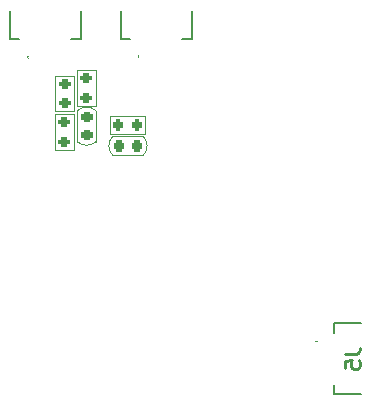
<source format=gbr>
%TF.GenerationSoftware,KiCad,Pcbnew,9.0.0*%
%TF.CreationDate,2025-04-04T14:44:08+08:00*%
%TF.ProjectId,modwheel,6d6f6477-6865-4656-9c2e-6b696361645f,rev?*%
%TF.SameCoordinates,Original*%
%TF.FileFunction,Legend,Bot*%
%TF.FilePolarity,Positive*%
%FSLAX46Y46*%
G04 Gerber Fmt 4.6, Leading zero omitted, Abs format (unit mm)*
G04 Created by KiCad (PCBNEW 9.0.0) date 2025-04-04 14:44:08*
%MOMM*%
%LPD*%
G01*
G04 APERTURE LIST*
G04 Aperture macros list*
%AMRoundRect*
0 Rectangle with rounded corners*
0 $1 Rounding radius*
0 $2 $3 $4 $5 $6 $7 $8 $9 X,Y pos of 4 corners*
0 Add a 4 corners polygon primitive as box body*
4,1,4,$2,$3,$4,$5,$6,$7,$8,$9,$2,$3,0*
0 Add four circle primitives for the rounded corners*
1,1,$1+$1,$2,$3*
1,1,$1+$1,$4,$5*
1,1,$1+$1,$6,$7*
1,1,$1+$1,$8,$9*
0 Add four rect primitives between the rounded corners*
20,1,$1+$1,$2,$3,$4,$5,0*
20,1,$1+$1,$4,$5,$6,$7,0*
20,1,$1+$1,$6,$7,$8,$9,0*
20,1,$1+$1,$8,$9,$2,$3,0*%
G04 Aperture macros list end*
%ADD10C,0.254000*%
%ADD11C,0.120000*%
%ADD12C,0.200000*%
%ADD13C,0.100000*%
%ADD14C,3.200000*%
%ADD15RoundRect,0.200000X0.275000X-0.200000X0.275000X0.200000X-0.275000X0.200000X-0.275000X-0.200000X0*%
%ADD16R,0.600000X1.550000*%
%ADD17R,1.200000X1.800000*%
%ADD18RoundRect,0.225000X0.225000X0.250000X-0.225000X0.250000X-0.225000X-0.250000X0.225000X-0.250000X0*%
%ADD19RoundRect,0.225000X0.250000X-0.225000X0.250000X0.225000X-0.250000X0.225000X-0.250000X-0.225000X0*%
%ADD20RoundRect,0.200000X-0.275000X0.200000X-0.275000X-0.200000X0.275000X-0.200000X0.275000X0.200000X0*%
%ADD21R,1.550000X0.600000*%
%ADD22R,1.800000X1.200000*%
%ADD23RoundRect,0.200000X0.200000X0.275000X-0.200000X0.275000X-0.200000X-0.275000X0.200000X-0.275000X0*%
G04 APERTURE END LIST*
D10*
X120566318Y-113939667D02*
X121473461Y-113939667D01*
X121473461Y-113939667D02*
X121654889Y-113879190D01*
X121654889Y-113879190D02*
X121775842Y-113758238D01*
X121775842Y-113758238D02*
X121836318Y-113576809D01*
X121836318Y-113576809D02*
X121836318Y-113455857D01*
X120566318Y-115149190D02*
X120566318Y-114544428D01*
X120566318Y-114544428D02*
X121171080Y-114483952D01*
X121171080Y-114483952D02*
X121110603Y-114544428D01*
X121110603Y-114544428D02*
X121050127Y-114665381D01*
X121050127Y-114665381D02*
X121050127Y-114967762D01*
X121050127Y-114967762D02*
X121110603Y-115088714D01*
X121110603Y-115088714D02*
X121171080Y-115149190D01*
X121171080Y-115149190D02*
X121292032Y-115209667D01*
X121292032Y-115209667D02*
X121594413Y-115209667D01*
X121594413Y-115209667D02*
X121715365Y-115149190D01*
X121715365Y-115149190D02*
X121775842Y-115088714D01*
X121775842Y-115088714D02*
X121836318Y-114967762D01*
X121836318Y-114967762D02*
X121836318Y-114665381D01*
X121836318Y-114665381D02*
X121775842Y-114544428D01*
X121775842Y-114544428D02*
X121715365Y-114483952D01*
D11*
%TO.C,R2*%
X96040000Y-90425000D02*
X97640000Y-90425000D01*
X96040000Y-93425000D02*
X96040000Y-90425000D01*
X97640000Y-90425000D02*
X97640000Y-93425000D01*
X97640000Y-93425000D02*
X96040000Y-93425000D01*
D12*
%TO.C,J3*%
X101570000Y-84922000D02*
X101570000Y-87285000D01*
X101570000Y-87285000D02*
X102370000Y-87285000D01*
D13*
X103070000Y-88722000D02*
X103070000Y-88722000D01*
X103070000Y-88822000D02*
X103070000Y-88822000D01*
D12*
X107570000Y-84922000D02*
X107570000Y-87285000D01*
X107570000Y-87285000D02*
X106770000Y-87285000D01*
D13*
X103070000Y-88722000D02*
G75*
G02*
X103070000Y-88822000I0J-50000D01*
G01*
X103070000Y-88822000D02*
G75*
G02*
X103070000Y-88722000I0J50000D01*
G01*
D11*
%TO.C,R1*%
X96010000Y-93675000D02*
X97610000Y-93675000D01*
X96010000Y-96675000D02*
X96010000Y-93675000D01*
X97610000Y-93675000D02*
X97610000Y-96675000D01*
X97610000Y-96675000D02*
X96010000Y-96675000D01*
%TO.C,C1*%
X100885061Y-95540000D02*
X103485061Y-95540002D01*
X103485061Y-97140004D02*
X100885061Y-97140002D01*
X100885061Y-97140002D02*
G75*
G02*
X100885061Y-95540000I840224J800001D01*
G01*
X103485061Y-95540002D02*
G75*
G02*
X103485061Y-97140004I-840224J-800001D01*
G01*
D12*
%TO.C,J4*%
X92200000Y-84963000D02*
X92200000Y-87326000D01*
X92200000Y-87326000D02*
X93000000Y-87326000D01*
D13*
X93700000Y-88763000D02*
X93700000Y-88763000D01*
X93700000Y-88863000D02*
X93700000Y-88863000D01*
D12*
X98200000Y-84963000D02*
X98200000Y-87326000D01*
X98200000Y-87326000D02*
X97400000Y-87326000D01*
D13*
X93700000Y-88763000D02*
G75*
G02*
X93700000Y-88863000I0J-50000D01*
G01*
X93700000Y-88863000D02*
G75*
G02*
X93700000Y-88763000I0J50000D01*
G01*
D11*
%TO.C,C2*%
X97885059Y-95975006D02*
X97885061Y-93375006D01*
X99485063Y-93375006D02*
X99485061Y-95975006D01*
X97885061Y-93375006D02*
G75*
G02*
X99485063Y-93375006I800001J-840224D01*
G01*
X99485061Y-95975006D02*
G75*
G02*
X97885059Y-95975006I-800001J840224D01*
G01*
%TO.C,R4*%
X97850000Y-89925000D02*
X99450000Y-89925000D01*
X97850000Y-92925000D02*
X97850000Y-89925000D01*
X99450000Y-89925000D02*
X99450000Y-92925000D01*
X99450000Y-92925000D02*
X97850000Y-92925000D01*
D13*
%TO.C,J5*%
X118050000Y-112863000D02*
X118050000Y-112863000D01*
X118150000Y-112863000D02*
X118150000Y-112863000D01*
D12*
X119587000Y-111363000D02*
X119587000Y-112163000D01*
X119587000Y-117363000D02*
X119587000Y-116563000D01*
X121950000Y-111363000D02*
X119587000Y-111363000D01*
X121950000Y-117363000D02*
X119587000Y-117363000D01*
D13*
X118050000Y-112863000D02*
G75*
G02*
X118150000Y-112863000I50000J0D01*
G01*
X118150000Y-112863000D02*
G75*
G02*
X118050000Y-112863000I-50000J0D01*
G01*
D11*
%TO.C,R3*%
X100630000Y-93775000D02*
X103630000Y-93775000D01*
X100630000Y-95375000D02*
X100630000Y-93775000D01*
X103630000Y-93775000D02*
X103630000Y-95375000D01*
X103630000Y-95375000D02*
X100630000Y-95375000D01*
%TD*%
%LPC*%
D14*
%TO.C,H1*%
X80150000Y-69450000D03*
%TD*%
%TO.C,H3*%
X80150000Y-136450000D03*
%TD*%
%TO.C,H4*%
X122150000Y-136450000D03*
%TD*%
%TO.C,H2*%
X122150000Y-69450000D03*
%TD*%
D15*
%TO.C,R2*%
X96840000Y-92750000D03*
X96840000Y-91100000D03*
%TD*%
D16*
%TO.C,J3*%
X103070000Y-87609000D03*
X104070000Y-87609000D03*
X105070000Y-87609000D03*
X106070000Y-87609000D03*
D17*
X101770000Y-83734000D03*
X107370000Y-83734000D03*
%TD*%
D15*
%TO.C,R1*%
X96810000Y-96000000D03*
X96810000Y-94350000D03*
%TD*%
D18*
%TO.C,C1*%
X102960061Y-96340002D03*
X101410061Y-96340002D03*
%TD*%
D16*
%TO.C,J4*%
X93700000Y-87650000D03*
X94700000Y-87650000D03*
X95700000Y-87650000D03*
X96700000Y-87650000D03*
D17*
X92400000Y-83775000D03*
X98000000Y-83775000D03*
%TD*%
D19*
%TO.C,C2*%
X98685061Y-95450006D03*
X98685061Y-93900006D03*
%TD*%
D20*
%TO.C,R4*%
X98650000Y-90600000D03*
X98650000Y-92250000D03*
%TD*%
D21*
%TO.C,J5*%
X119263000Y-112863000D03*
X119263000Y-113863000D03*
X119263000Y-114863000D03*
X119263000Y-115863000D03*
D22*
X123138000Y-111563000D03*
X123138000Y-117163000D03*
%TD*%
D23*
%TO.C,R3*%
X102955000Y-94575000D03*
X101305000Y-94575000D03*
%TD*%
%LPD*%
M02*

</source>
